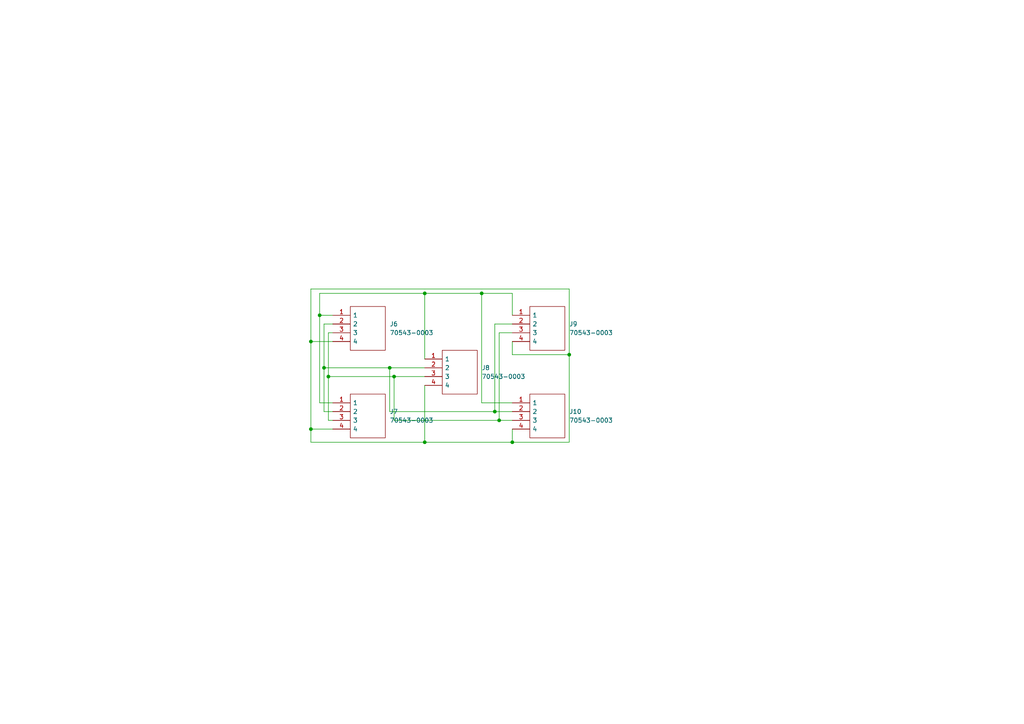
<source format=kicad_sch>
(kicad_sch (version 20211123) (generator eeschema)

  (uuid e63e39d7-6ac0-4ffd-8aa3-1841a4541b55)

  (paper "A4")

  (title_block
    (title "Fanout 4 Load Cells 1 Input-(Summing Amp)")
    (date "2022-04-28")
    (rev "v01")
    (company "nEXO@Skyline")
    (comment 2 "creativecommons.org/licenses/by/4.0/")
    (comment 3 "License CC BY 4.0")
    (comment 4 "Author: Shannon Hoang ")
  )

  (lib_symbols
    (symbol "Connector:70543-0003" (pin_names (offset 0.762)) (in_bom yes) (on_board yes)
      (property "Reference" "J" (id 0) (at 16.51 7.62 0)
        (effects (font (size 1.27 1.27)) (justify left))
      )
      (property "Value" "70543-0003" (id 1) (at 16.51 5.08 0)
        (effects (font (size 1.27 1.27)) (justify left))
      )
      (property "Footprint" "SHDR4W97P0X254_1X4_1271X660X1143P" (id 2) (at 16.51 2.54 0)
        (effects (font (size 1.27 1.27)) (justify left) hide)
      )
      (property "Datasheet" "https://www.molex.com/pdm_docs/sd/705430003_sd.pdf" (id 3) (at 16.51 0 0)
        (effects (font (size 1.27 1.27)) (justify left) hide)
      )
      (property "Description" "2.54mm,Cgrid,header,shrouded,vert,4w Molex SL Series, Series Number 70543, 2.54mm Pitch 4 Way 1 Row Straight PCB Header, Solder Termination, 3A" (id 4) (at 16.51 -2.54 0)
        (effects (font (size 1.27 1.27)) (justify left) hide)
      )
      (property "Height" "11.43" (id 5) (at 16.51 -5.08 0)
        (effects (font (size 1.27 1.27)) (justify left) hide)
      )
      (property "Mouser Part Number" "538-70543-0003" (id 6) (at 16.51 -7.62 0)
        (effects (font (size 1.27 1.27)) (justify left) hide)
      )
      (property "Mouser Price/Stock" "https://www.mouser.co.uk/ProductDetail/Molex/70543-0003?qs=tYx%252BZc2nXqp%2Fu7bSTX42XQ%3D%3D" (id 7) (at 16.51 -10.16 0)
        (effects (font (size 1.27 1.27)) (justify left) hide)
      )
      (property "Manufacturer_Name" "Molex" (id 8) (at 16.51 -12.7 0)
        (effects (font (size 1.27 1.27)) (justify left) hide)
      )
      (property "Manufacturer_Part_Number" "70543-0003" (id 9) (at 16.51 -15.24 0)
        (effects (font (size 1.27 1.27)) (justify left) hide)
      )
      (property "ki_description" "2.54mm,Cgrid,header,shrouded,vert,4w Molex SL Series, Series Number 70543, 2.54mm Pitch 4 Way 1 Row Straight PCB Header, Solder Termination, 3A" (id 10) (at 0 0 0)
        (effects (font (size 1.27 1.27)) hide)
      )
      (symbol "70543-0003_0_0"
        (pin passive line (at 0 0 0) (length 5.08)
          (name "1" (effects (font (size 1.27 1.27))))
          (number "1" (effects (font (size 1.27 1.27))))
        )
        (pin passive line (at 0 -2.54 0) (length 5.08)
          (name "2" (effects (font (size 1.27 1.27))))
          (number "2" (effects (font (size 1.27 1.27))))
        )
        (pin passive line (at 0 -5.08 0) (length 5.08)
          (name "3" (effects (font (size 1.27 1.27))))
          (number "3" (effects (font (size 1.27 1.27))))
        )
        (pin passive line (at 0 -7.62 0) (length 5.08)
          (name "4" (effects (font (size 1.27 1.27))))
          (number "4" (effects (font (size 1.27 1.27))))
        )
      )
      (symbol "70543-0003_0_1"
        (polyline
          (pts
            (xy 5.08 2.54)
            (xy 15.24 2.54)
            (xy 15.24 -10.16)
            (xy 5.08 -10.16)
            (xy 5.08 2.54)
          )
          (stroke (width 0.1524) (type default) (color 0 0 0 0))
          (fill (type none))
        )
      )
    )
  )

  (junction (at 114.3 109.22) (diameter 0) (color 0 0 0 0)
    (uuid 2f0ddd29-43c0-4eb8-ad2d-554be5d100c5)
  )
  (junction (at 92.71 91.44) (diameter 0) (color 0 0 0 0)
    (uuid 423621f4-4e49-447e-a16b-e874f69e4d94)
  )
  (junction (at 139.7 85.09) (diameter 0) (color 0 0 0 0)
    (uuid 42b23642-d162-466c-848c-c54082604a85)
  )
  (junction (at 90.17 124.46) (diameter 0) (color 0 0 0 0)
    (uuid 4e8f2bd6-2a90-4925-bf43-ed3760cbcb8d)
  )
  (junction (at 123.19 128.27) (diameter 0) (color 0 0 0 0)
    (uuid 54b7b45c-3106-4cf1-b9d6-18d057d85204)
  )
  (junction (at 90.17 99.06) (diameter 0) (color 0 0 0 0)
    (uuid 55e909f6-3bb8-4da1-ad0e-a3ed3e7dfde4)
  )
  (junction (at 123.19 85.09) (diameter 0) (color 0 0 0 0)
    (uuid 636b8c65-f831-4065-891e-5200f566e893)
  )
  (junction (at 165.1 102.87) (diameter 0) (color 0 0 0 0)
    (uuid 8e3d0ec4-0ff1-4263-aeba-3dbdd767f7b4)
  )
  (junction (at 144.78 121.92) (diameter 0) (color 0 0 0 0)
    (uuid 9b269470-fe6c-4549-b20c-9dfb0634415d)
  )
  (junction (at 113.03 106.68) (diameter 0) (color 0 0 0 0)
    (uuid bbff62f7-a606-4c81-b38a-255d92206487)
  )
  (junction (at 95.25 109.22) (diameter 0) (color 0 0 0 0)
    (uuid d4ac319e-eb02-4c93-b555-fbab0b2da750)
  )
  (junction (at 93.98 106.68) (diameter 0) (color 0 0 0 0)
    (uuid e7593b06-b8bc-4cd9-8175-3318f0857ad6)
  )
  (junction (at 148.59 128.27) (diameter 0) (color 0 0 0 0)
    (uuid ea3b5c4f-a4b8-4877-92bc-c972d553031f)
  )
  (junction (at 143.51 119.38) (diameter 0) (color 0 0 0 0)
    (uuid f1461ed7-3bb1-485c-bb5c-707da5a576b5)
  )

  (wire (pts (xy 93.98 106.68) (xy 113.03 106.68))
    (stroke (width 0) (type default) (color 0 0 0 0))
    (uuid 087708f1-e1e9-4263-81e5-92e875871b86)
  )
  (wire (pts (xy 95.25 96.52) (xy 95.25 109.22))
    (stroke (width 0) (type default) (color 0 0 0 0))
    (uuid 0a1b6bb5-e456-414a-b029-acdb6f1ae5e8)
  )
  (wire (pts (xy 123.19 111.76) (xy 123.19 128.27))
    (stroke (width 0) (type default) (color 0 0 0 0))
    (uuid 1fe7f185-5c1e-4d8f-8a18-abb08d1a1e13)
  )
  (wire (pts (xy 95.25 109.22) (xy 114.3 109.22))
    (stroke (width 0) (type default) (color 0 0 0 0))
    (uuid 2a76442b-f233-42c9-bafc-ff290c28ca0e)
  )
  (wire (pts (xy 93.98 106.68) (xy 93.98 119.38))
    (stroke (width 0) (type default) (color 0 0 0 0))
    (uuid 31a9a457-c3c8-41b8-8eaa-ee270943bc2c)
  )
  (wire (pts (xy 113.03 106.68) (xy 123.19 106.68))
    (stroke (width 0) (type default) (color 0 0 0 0))
    (uuid 342479fd-0030-4fa7-b051-b9269952c015)
  )
  (wire (pts (xy 90.17 124.46) (xy 90.17 128.27))
    (stroke (width 0) (type default) (color 0 0 0 0))
    (uuid 3aca90b6-b8bb-45f0-a37d-135b5f420e3b)
  )
  (wire (pts (xy 123.19 85.09) (xy 139.7 85.09))
    (stroke (width 0) (type default) (color 0 0 0 0))
    (uuid 3c01294e-76fa-4d30-b683-288a936018ef)
  )
  (wire (pts (xy 96.52 99.06) (xy 90.17 99.06))
    (stroke (width 0) (type default) (color 0 0 0 0))
    (uuid 3d3d9119-ad2c-4559-b2b1-12ed3d4fc7b8)
  )
  (wire (pts (xy 139.7 85.09) (xy 139.7 116.84))
    (stroke (width 0) (type default) (color 0 0 0 0))
    (uuid 53eafbe6-c4ac-4728-a6d3-7a7153fd03e6)
  )
  (wire (pts (xy 92.71 85.09) (xy 92.71 91.44))
    (stroke (width 0) (type default) (color 0 0 0 0))
    (uuid 5d587576-f41f-46e4-a640-c9f5f38f8742)
  )
  (wire (pts (xy 92.71 91.44) (xy 96.52 91.44))
    (stroke (width 0) (type default) (color 0 0 0 0))
    (uuid 66ec32b0-cc6a-455a-a8f7-292ad21b11fd)
  )
  (wire (pts (xy 144.78 121.92) (xy 114.3 121.92))
    (stroke (width 0) (type default) (color 0 0 0 0))
    (uuid 74c55023-f54c-499d-bfc6-5f2c628b7b42)
  )
  (wire (pts (xy 165.1 83.82) (xy 165.1 102.87))
    (stroke (width 0) (type default) (color 0 0 0 0))
    (uuid 74d3ac9c-6ed5-4cd0-993f-71eb855dc22e)
  )
  (wire (pts (xy 123.19 104.14) (xy 123.19 85.09))
    (stroke (width 0) (type default) (color 0 0 0 0))
    (uuid 7ffc2ebc-1449-4716-8966-992555f8820e)
  )
  (wire (pts (xy 113.03 119.38) (xy 113.03 106.68))
    (stroke (width 0) (type default) (color 0 0 0 0))
    (uuid 82d2196d-ce03-415b-a1fb-abc76be70a22)
  )
  (wire (pts (xy 93.98 93.98) (xy 93.98 106.68))
    (stroke (width 0) (type default) (color 0 0 0 0))
    (uuid 837b65a8-2979-4128-a58a-3a2dacc60cff)
  )
  (wire (pts (xy 96.52 116.84) (xy 92.71 116.84))
    (stroke (width 0) (type default) (color 0 0 0 0))
    (uuid 85c7ecda-7467-43d2-bcaa-121e8741ecf6)
  )
  (wire (pts (xy 92.71 116.84) (xy 92.71 91.44))
    (stroke (width 0) (type default) (color 0 0 0 0))
    (uuid 8bb11adf-f55f-4a2a-95e2-ce42bed56133)
  )
  (wire (pts (xy 114.3 121.92) (xy 114.3 109.22))
    (stroke (width 0) (type default) (color 0 0 0 0))
    (uuid 90bb5f4d-99f7-4076-b406-048fd462d9b9)
  )
  (wire (pts (xy 148.59 91.44) (xy 148.59 85.09))
    (stroke (width 0) (type default) (color 0 0 0 0))
    (uuid 91f51700-782a-45cf-bfd6-f2e9c95b005d)
  )
  (wire (pts (xy 95.25 121.92) (xy 96.52 121.92))
    (stroke (width 0) (type default) (color 0 0 0 0))
    (uuid 944d2716-8a06-445e-9efe-9ed5a2a2650d)
  )
  (wire (pts (xy 143.51 93.98) (xy 143.51 119.38))
    (stroke (width 0) (type default) (color 0 0 0 0))
    (uuid 97bdff7d-4e9e-4edd-b9f3-7775c57d0c73)
  )
  (wire (pts (xy 165.1 128.27) (xy 148.59 128.27))
    (stroke (width 0) (type default) (color 0 0 0 0))
    (uuid 9a2e6886-125b-4671-b955-cbb49fd08ed1)
  )
  (wire (pts (xy 114.3 109.22) (xy 123.19 109.22))
    (stroke (width 0) (type default) (color 0 0 0 0))
    (uuid 9b8c637b-bebc-4ea5-8741-fdef56ad29e6)
  )
  (wire (pts (xy 123.19 128.27) (xy 148.59 128.27))
    (stroke (width 0) (type default) (color 0 0 0 0))
    (uuid 9ce2634f-05cb-4f0a-956a-46f182e15bee)
  )
  (wire (pts (xy 143.51 119.38) (xy 113.03 119.38))
    (stroke (width 0) (type default) (color 0 0 0 0))
    (uuid 9d90b1ae-acc0-438b-9239-3b0bf96f9118)
  )
  (wire (pts (xy 90.17 99.06) (xy 90.17 83.82))
    (stroke (width 0) (type default) (color 0 0 0 0))
    (uuid b1664d61-973d-4df4-a80d-5b00f4b9cb91)
  )
  (wire (pts (xy 96.52 93.98) (xy 93.98 93.98))
    (stroke (width 0) (type default) (color 0 0 0 0))
    (uuid b500c077-0593-48fd-bd1e-ad4939928b6e)
  )
  (wire (pts (xy 96.52 124.46) (xy 90.17 124.46))
    (stroke (width 0) (type default) (color 0 0 0 0))
    (uuid b79cd2af-e2f4-4b55-a748-3ec01f15fdb8)
  )
  (wire (pts (xy 144.78 96.52) (xy 144.78 121.92))
    (stroke (width 0) (type default) (color 0 0 0 0))
    (uuid ba7b51f7-88eb-4e84-a61c-7d0ae926c3c4)
  )
  (wire (pts (xy 95.25 109.22) (xy 95.25 121.92))
    (stroke (width 0) (type default) (color 0 0 0 0))
    (uuid bb1b176d-69af-4e3a-9b24-d465297c6196)
  )
  (wire (pts (xy 93.98 119.38) (xy 96.52 119.38))
    (stroke (width 0) (type default) (color 0 0 0 0))
    (uuid c282349f-355a-48d2-9c25-82262223438d)
  )
  (wire (pts (xy 148.59 102.87) (xy 148.59 99.06))
    (stroke (width 0) (type default) (color 0 0 0 0))
    (uuid c6b1aab8-f288-460d-b479-e26cb83b4fc1)
  )
  (wire (pts (xy 148.59 121.92) (xy 144.78 121.92))
    (stroke (width 0) (type default) (color 0 0 0 0))
    (uuid c9e46e35-1666-4cc4-a6c8-280dc8087a4b)
  )
  (wire (pts (xy 139.7 85.09) (xy 148.59 85.09))
    (stroke (width 0) (type default) (color 0 0 0 0))
    (uuid ca670c5d-f8a0-4f08-95fa-28a35c38f09a)
  )
  (wire (pts (xy 165.1 102.87) (xy 148.59 102.87))
    (stroke (width 0) (type default) (color 0 0 0 0))
    (uuid d39502ac-9c2f-455b-935b-6c908072e0fe)
  )
  (wire (pts (xy 96.52 96.52) (xy 95.25 96.52))
    (stroke (width 0) (type default) (color 0 0 0 0))
    (uuid da094939-c40f-4482-807e-231cc1e9e3c7)
  )
  (wire (pts (xy 92.71 85.09) (xy 123.19 85.09))
    (stroke (width 0) (type default) (color 0 0 0 0))
    (uuid dc1c895d-5bdf-457a-aa5e-aca9807e5fcf)
  )
  (wire (pts (xy 90.17 128.27) (xy 123.19 128.27))
    (stroke (width 0) (type default) (color 0 0 0 0))
    (uuid e1b773fd-fc0f-48ea-a6b8-385b63355090)
  )
  (wire (pts (xy 148.59 128.27) (xy 148.59 124.46))
    (stroke (width 0) (type default) (color 0 0 0 0))
    (uuid e473e41c-a9e9-4e8b-9839-925ab3f097c4)
  )
  (wire (pts (xy 90.17 83.82) (xy 165.1 83.82))
    (stroke (width 0) (type default) (color 0 0 0 0))
    (uuid e58e2829-a416-43eb-849c-6992cd49204e)
  )
  (wire (pts (xy 165.1 102.87) (xy 165.1 128.27))
    (stroke (width 0) (type default) (color 0 0 0 0))
    (uuid e75878b9-7c0f-4636-a7dc-023c52577040)
  )
  (wire (pts (xy 148.59 93.98) (xy 143.51 93.98))
    (stroke (width 0) (type default) (color 0 0 0 0))
    (uuid e8954765-301f-4c06-ab5e-ac4a059e4324)
  )
  (wire (pts (xy 143.51 119.38) (xy 148.59 119.38))
    (stroke (width 0) (type default) (color 0 0 0 0))
    (uuid ee339268-2fe1-48e0-98c4-63dffbf3979c)
  )
  (wire (pts (xy 148.59 96.52) (xy 144.78 96.52))
    (stroke (width 0) (type default) (color 0 0 0 0))
    (uuid f4b49c2f-c2c3-4e10-b748-522ba666c815)
  )
  (wire (pts (xy 90.17 124.46) (xy 90.17 99.06))
    (stroke (width 0) (type default) (color 0 0 0 0))
    (uuid fe3d1122-ca15-4601-b62e-d2f07e0e607b)
  )
  (wire (pts (xy 148.59 116.84) (xy 139.7 116.84))
    (stroke (width 0) (type default) (color 0 0 0 0))
    (uuid fe69ff75-bef7-4d6b-b96f-00013d8fa892)
  )

  (symbol (lib_id "Connector:70543-0003") (at 148.59 91.44 0) (unit 1)
    (in_bom yes) (on_board yes) (fields_autoplaced)
    (uuid 06b31fc4-bac3-48a8-8fcd-a5156fcaeb35)
    (property "Reference" "J9" (id 0) (at 165.1 93.9799 0)
      (effects (font (size 1.27 1.27)) (justify left))
    )
    (property "Value" "70543-0003" (id 1) (at 165.1 96.5199 0)
      (effects (font (size 1.27 1.27)) (justify left))
    )
    (property "Footprint" "Connector:SHDR4W97P0X254_1X4_1271X660X1143P" (id 2) (at 165.1 88.9 0)
      (effects (font (size 1.27 1.27)) (justify left) hide)
    )
    (property "Datasheet" "https://www.molex.com/pdm_docs/sd/705430003_sd.pdf" (id 3) (at 165.1 91.44 0)
      (effects (font (size 1.27 1.27)) (justify left) hide)
    )
    (property "Description" "2.54mm,Cgrid,header,shrouded,vert,4w Molex SL Series, Series Number 70543, 2.54mm Pitch 4 Way 1 Row Straight PCB Header, Solder Termination, 3A" (id 4) (at 165.1 93.98 0)
      (effects (font (size 1.27 1.27)) (justify left) hide)
    )
    (property "Height" "11.43" (id 5) (at 165.1 96.52 0)
      (effects (font (size 1.27 1.27)) (justify left) hide)
    )
    (property "Mouser Part Number" "538-70543-0003" (id 6) (at 165.1 99.06 0)
      (effects (font (size 1.27 1.27)) (justify left) hide)
    )
    (property "Mouser Price/Stock" "https://www.mouser.co.uk/ProductDetail/Molex/70543-0003?qs=tYx%252BZc2nXqp%2Fu7bSTX42XQ%3D%3D" (id 7) (at 165.1 101.6 0)
      (effects (font (size 1.27 1.27)) (justify left) hide)
    )
    (property "Manufacturer_Name" "Molex" (id 8) (at 165.1 104.14 0)
      (effects (font (size 1.27 1.27)) (justify left) hide)
    )
    (property "Manufacturer_Part_Number" "70543-0003" (id 9) (at 165.1 106.68 0)
      (effects (font (size 1.27 1.27)) (justify left) hide)
    )
    (pin "1" (uuid b74d0c12-845d-4162-a938-68d028f8d527))
    (pin "2" (uuid 28b1ad0f-a28b-4d92-8ad1-bed0bbe099e0))
    (pin "3" (uuid a26f62f5-c509-4ae7-ab39-ec95553d20c3))
    (pin "4" (uuid d56cea32-adad-4a1b-8533-9b8ddaf69a01))
  )

  (symbol (lib_id "Connector:70543-0003") (at 96.52 116.84 0) (unit 1)
    (in_bom yes) (on_board yes) (fields_autoplaced)
    (uuid 5c06c56f-88a5-4e92-a097-a9ca8cdf013c)
    (property "Reference" "J7" (id 0) (at 113.03 119.3799 0)
      (effects (font (size 1.27 1.27)) (justify left))
    )
    (property "Value" "70543-0003" (id 1) (at 113.03 121.9199 0)
      (effects (font (size 1.27 1.27)) (justify left))
    )
    (property "Footprint" "Connector:SHDR4W97P0X254_1X4_1271X660X1143P" (id 2) (at 113.03 114.3 0)
      (effects (font (size 1.27 1.27)) (justify left) hide)
    )
    (property "Datasheet" "https://www.molex.com/pdm_docs/sd/705430003_sd.pdf" (id 3) (at 113.03 116.84 0)
      (effects (font (size 1.27 1.27)) (justify left) hide)
    )
    (property "Description" "2.54mm,Cgrid,header,shrouded,vert,4w Molex SL Series, Series Number 70543, 2.54mm Pitch 4 Way 1 Row Straight PCB Header, Solder Termination, 3A" (id 4) (at 113.03 119.38 0)
      (effects (font (size 1.27 1.27)) (justify left) hide)
    )
    (property "Height" "11.43" (id 5) (at 113.03 121.92 0)
      (effects (font (size 1.27 1.27)) (justify left) hide)
    )
    (property "Mouser Part Number" "538-70543-0003" (id 6) (at 113.03 124.46 0)
      (effects (font (size 1.27 1.27)) (justify left) hide)
    )
    (property "Mouser Price/Stock" "https://www.mouser.co.uk/ProductDetail/Molex/70543-0003?qs=tYx%252BZc2nXqp%2Fu7bSTX42XQ%3D%3D" (id 7) (at 113.03 127 0)
      (effects (font (size 1.27 1.27)) (justify left) hide)
    )
    (property "Manufacturer_Name" "Molex" (id 8) (at 113.03 129.54 0)
      (effects (font (size 1.27 1.27)) (justify left) hide)
    )
    (property "Manufacturer_Part_Number" "70543-0003" (id 9) (at 113.03 132.08 0)
      (effects (font (size 1.27 1.27)) (justify left) hide)
    )
    (pin "1" (uuid d8c42eeb-c971-439d-b790-2190e17fb5e2))
    (pin "2" (uuid b64e0a2e-4488-4f9d-ab03-36ab223ca380))
    (pin "3" (uuid 46472171-7d57-4ad1-8bc0-fa3b370b2b55))
    (pin "4" (uuid a7212ef2-5955-48b8-9c37-2c42365f6d64))
  )

  (symbol (lib_id "Connector:70543-0003") (at 123.19 104.14 0) (unit 1)
    (in_bom yes) (on_board yes) (fields_autoplaced)
    (uuid bacf6344-ee3a-46c7-8cbb-4031422852e4)
    (property "Reference" "J8" (id 0) (at 139.7 106.6799 0)
      (effects (font (size 1.27 1.27)) (justify left))
    )
    (property "Value" "70543-0003" (id 1) (at 139.7 109.2199 0)
      (effects (font (size 1.27 1.27)) (justify left))
    )
    (property "Footprint" "Connector:SHDR4W97P0X254_1X4_1271X660X1143P" (id 2) (at 139.7 101.6 0)
      (effects (font (size 1.27 1.27)) (justify left) hide)
    )
    (property "Datasheet" "https://www.molex.com/pdm_docs/sd/705430003_sd.pdf" (id 3) (at 139.7 104.14 0)
      (effects (font (size 1.27 1.27)) (justify left) hide)
    )
    (property "Description" "2.54mm,Cgrid,header,shrouded,vert,4w Molex SL Series, Series Number 70543, 2.54mm Pitch 4 Way 1 Row Straight PCB Header, Solder Termination, 3A" (id 4) (at 139.7 106.68 0)
      (effects (font (size 1.27 1.27)) (justify left) hide)
    )
    (property "Height" "11.43" (id 5) (at 139.7 109.22 0)
      (effects (font (size 1.27 1.27)) (justify left) hide)
    )
    (property "Mouser Part Number" "538-70543-0003" (id 6) (at 139.7 111.76 0)
      (effects (font (size 1.27 1.27)) (justify left) hide)
    )
    (property "Mouser Price/Stock" "https://www.mouser.co.uk/ProductDetail/Molex/70543-0003?qs=tYx%252BZc2nXqp%2Fu7bSTX42XQ%3D%3D" (id 7) (at 139.7 114.3 0)
      (effects (font (size 1.27 1.27)) (justify left) hide)
    )
    (property "Manufacturer_Name" "Molex" (id 8) (at 139.7 116.84 0)
      (effects (font (size 1.27 1.27)) (justify left) hide)
    )
    (property "Manufacturer_Part_Number" "70543-0003" (id 9) (at 139.7 119.38 0)
      (effects (font (size 1.27 1.27)) (justify left) hide)
    )
    (pin "1" (uuid c855939e-33fb-4664-9ad6-50c4c0536a66))
    (pin "2" (uuid 1a52a89c-8682-4b86-96c8-37e2c23085b0))
    (pin "3" (uuid 01e312fb-40d3-49e4-a54b-a307a66e96ef))
    (pin "4" (uuid 9da477a5-8c72-43e7-a7c9-6a80d493c546))
  )

  (symbol (lib_id "Connector:70543-0003") (at 148.59 116.84 0) (unit 1)
    (in_bom yes) (on_board yes) (fields_autoplaced)
    (uuid d1fc9034-bf29-47a4-acf2-d6f8ccb35115)
    (property "Reference" "J10" (id 0) (at 165.1 119.3799 0)
      (effects (font (size 1.27 1.27)) (justify left))
    )
    (property "Value" "70543-0003" (id 1) (at 165.1 121.9199 0)
      (effects (font (size 1.27 1.27)) (justify left))
    )
    (property "Footprint" "Connector:SHDR4W97P0X254_1X4_1271X660X1143P" (id 2) (at 165.1 114.3 0)
      (effects (font (size 1.27 1.27)) (justify left) hide)
    )
    (property "Datasheet" "https://www.molex.com/pdm_docs/sd/705430003_sd.pdf" (id 3) (at 165.1 116.84 0)
      (effects (font (size 1.27 1.27)) (justify left) hide)
    )
    (property "Description" "2.54mm,Cgrid,header,shrouded,vert,4w Molex SL Series, Series Number 70543, 2.54mm Pitch 4 Way 1 Row Straight PCB Header, Solder Termination, 3A" (id 4) (at 165.1 119.38 0)
      (effects (font (size 1.27 1.27)) (justify left) hide)
    )
    (property "Height" "11.43" (id 5) (at 165.1 121.92 0)
      (effects (font (size 1.27 1.27)) (justify left) hide)
    )
    (property "Mouser Part Number" "538-70543-0003" (id 6) (at 165.1 124.46 0)
      (effects (font (size 1.27 1.27)) (justify left) hide)
    )
    (property "Mouser Price/Stock" "https://www.mouser.co.uk/ProductDetail/Molex/70543-0003?qs=tYx%252BZc2nXqp%2Fu7bSTX42XQ%3D%3D" (id 7) (at 165.1 127 0)
      (effects (font (size 1.27 1.27)) (justify left) hide)
    )
    (property "Manufacturer_Name" "Molex" (id 8) (at 165.1 129.54 0)
      (effects (font (size 1.27 1.27)) (justify left) hide)
    )
    (property "Manufacturer_Part_Number" "70543-0003" (id 9) (at 165.1 132.08 0)
      (effects (font (size 1.27 1.27)) (justify left) hide)
    )
    (pin "1" (uuid 55a10153-4934-4cbc-ad6f-3617c667d63e))
    (pin "2" (uuid 63b27f21-2e98-4da4-8211-8f6822a1da21))
    (pin "3" (uuid 25aaa79a-8bed-404f-a349-50b4338d6eda))
    (pin "4" (uuid 7b0d4968-ffa3-47d9-850b-9b6578ced365))
  )

  (symbol (lib_id "Connector:70543-0003") (at 96.52 91.44 0) (unit 1)
    (in_bom yes) (on_board yes) (fields_autoplaced)
    (uuid f6f6d411-7468-448d-b60e-741157c1186c)
    (property "Reference" "J6" (id 0) (at 113.03 93.9799 0)
      (effects (font (size 1.27 1.27)) (justify left))
    )
    (property "Value" "70543-0003" (id 1) (at 113.03 96.5199 0)
      (effects (font (size 1.27 1.27)) (justify left))
    )
    (property "Footprint" "Connector:SHDR4W97P0X254_1X4_1271X660X1143P" (id 2) (at 113.03 88.9 0)
      (effects (font (size 1.27 1.27)) (justify left) hide)
    )
    (property "Datasheet" "https://www.molex.com/pdm_docs/sd/705430003_sd.pdf" (id 3) (at 113.03 91.44 0)
      (effects (font (size 1.27 1.27)) (justify left) hide)
    )
    (property "Description" "2.54mm,Cgrid,header,shrouded,vert,4w Molex SL Series, Series Number 70543, 2.54mm Pitch 4 Way 1 Row Straight PCB Header, Solder Termination, 3A" (id 4) (at 113.03 93.98 0)
      (effects (font (size 1.27 1.27)) (justify left) hide)
    )
    (property "Height" "11.43" (id 5) (at 113.03 96.52 0)
      (effects (font (size 1.27 1.27)) (justify left) hide)
    )
    (property "Mouser Part Number" "538-70543-0003" (id 6) (at 113.03 99.06 0)
      (effects (font (size 1.27 1.27)) (justify left) hide)
    )
    (property "Mouser Price/Stock" "https://www.mouser.co.uk/ProductDetail/Molex/70543-0003?qs=tYx%252BZc2nXqp%2Fu7bSTX42XQ%3D%3D" (id 7) (at 113.03 101.6 0)
      (effects (font (size 1.27 1.27)) (justify left) hide)
    )
    (property "Manufacturer_Name" "Molex" (id 8) (at 113.03 104.14 0)
      (effects (font (size 1.27 1.27)) (justify left) hide)
    )
    (property "Manufacturer_Part_Number" "70543-0003" (id 9) (at 113.03 106.68 0)
      (effects (font (size 1.27 1.27)) (justify left) hide)
    )
    (pin "1" (uuid 8edfe57b-664e-47c8-b9bc-742187f29899))
    (pin "2" (uuid f7bd35a0-6a1e-4a56-81af-b3b82a2e5670))
    (pin "3" (uuid 40976abb-a8c4-4da6-8c83-a7d3d3bf9783))
    (pin "4" (uuid 7677ede6-1f85-4d8f-a7c2-17bea74f83e9))
  )

  (sheet_instances
    (path "/" (page "1"))
  )

  (symbol_instances
    (path "/f6f6d411-7468-448d-b60e-741157c1186c"
      (reference "J6") (unit 1) (value "70543-0003") (footprint "Connector:SHDR4W97P0X254_1X4_1271X660X1143P")
    )
    (path "/5c06c56f-88a5-4e92-a097-a9ca8cdf013c"
      (reference "J7") (unit 1) (value "70543-0003") (footprint "Connector:SHDR4W97P0X254_1X4_1271X660X1143P")
    )
    (path "/bacf6344-ee3a-46c7-8cbb-4031422852e4"
      (reference "J8") (unit 1) (value "70543-0003") (footprint "Connector:SHDR4W97P0X254_1X4_1271X660X1143P")
    )
    (path "/06b31fc4-bac3-48a8-8fcd-a5156fcaeb35"
      (reference "J9") (unit 1) (value "70543-0003") (footprint "Connector:SHDR4W97P0X254_1X4_1271X660X1143P")
    )
    (path "/d1fc9034-bf29-47a4-acf2-d6f8ccb35115"
      (reference "J10") (unit 1) (value "70543-0003") (footprint "Connector:SHDR4W97P0X254_1X4_1271X660X1143P")
    )
  )
)

</source>
